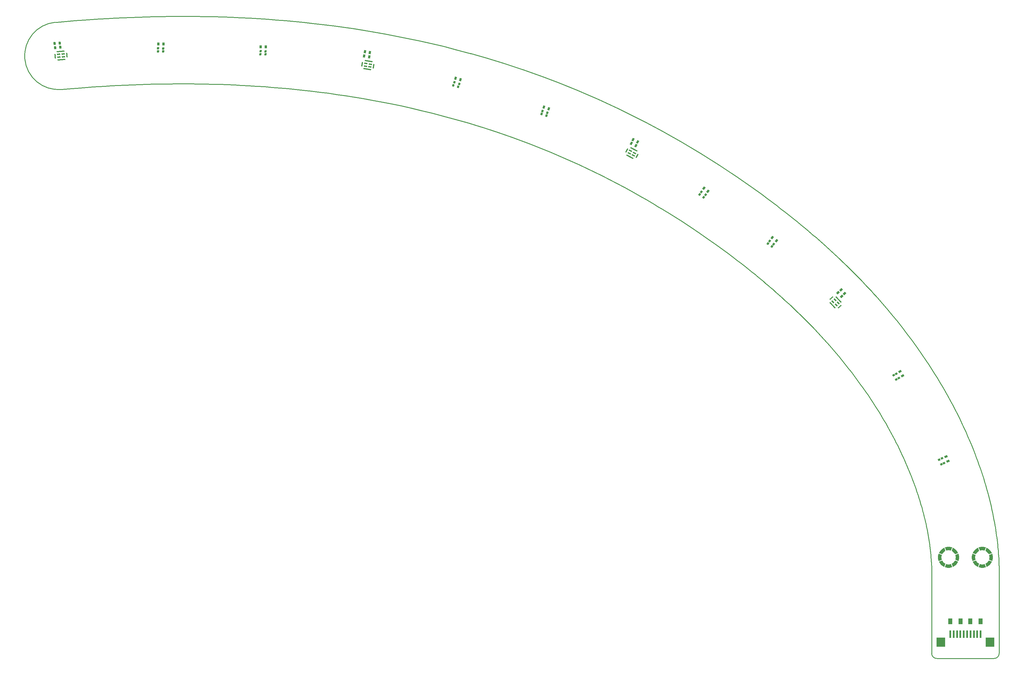
<source format=gtp>
G04*
G04 #@! TF.GenerationSoftware,Altium Limited,Altium Designer,22.2.1 (43)*
G04*
G04 Layer_Color=8421504*
%FSLAX44Y44*%
%MOMM*%
G71*
G04*
G04 #@! TF.SameCoordinates,C81B6E68-797F-42A2-B6C5-F614A2D79E64*
G04*
G04*
G04 #@! TF.FilePolarity,Positive*
G04*
G01*
G75*
%ADD10C,0.2540*%
G04:AMPARAMS|DCode=13|XSize=0.889mm|YSize=0.635mm|CornerRadius=0mm|HoleSize=0mm|Usage=FLASHONLY|Rotation=53.351|XOffset=0mm|YOffset=0mm|HoleType=Round|Shape=Rectangle|*
%AMROTATEDRECTD13*
4,1,4,-0.0106,-0.5462,-0.5201,-0.1671,0.0106,0.5462,0.5201,0.1671,-0.0106,-0.5462,0.0*
%
%ADD13ROTATEDRECTD13*%

G04:AMPARAMS|DCode=14|XSize=0.6mm|YSize=0.7mm|CornerRadius=0mm|HoleSize=0mm|Usage=FLASHONLY|Rotation=323.351|XOffset=0mm|YOffset=0mm|HoleType=Round|Shape=Rectangle|*
%AMROTATEDRECTD14*
4,1,4,-0.4496,-0.1017,-0.0318,0.4599,0.4496,0.1017,0.0318,-0.4599,-0.4496,-0.1017,0.0*
%
%ADD14ROTATEDRECTD14*%

%ADD15R,1.1430X1.7780*%
%ADD16R,0.6000X2.2000*%
%ADD17R,2.5000X2.8000*%
G04:AMPARAMS|DCode=18|XSize=0.6mm|YSize=0.7mm|CornerRadius=0mm|HoleSize=0mm|Usage=FLASHONLY|Rotation=295.191|XOffset=0mm|YOffset=0mm|HoleType=Round|Shape=Rectangle|*
%AMROTATEDRECTD18*
4,1,4,-0.4444,0.1225,0.1890,0.4204,0.4444,-0.1225,-0.1890,-0.4204,-0.4444,0.1225,0.0*
%
%ADD18ROTATEDRECTD18*%

G04:AMPARAMS|DCode=19|XSize=0.889mm|YSize=0.635mm|CornerRadius=0mm|HoleSize=0mm|Usage=FLASHONLY|Rotation=205.191|XOffset=0mm|YOffset=0mm|HoleType=Round|Shape=Rectangle|*
%AMROTATEDRECTD19*
4,1,4,0.2671,0.4765,0.5374,-0.0981,-0.2671,-0.4765,-0.5374,0.0981,0.2671,0.4765,0.0*
%
%ADD19ROTATEDRECTD19*%

G04:AMPARAMS|DCode=20|XSize=0.889mm|YSize=0.635mm|CornerRadius=0mm|HoleSize=0mm|Usage=FLASHONLY|Rotation=211.124|XOffset=0mm|YOffset=0mm|HoleType=Round|Shape=Rectangle|*
%AMROTATEDRECTD20*
4,1,4,0.2164,0.5016,0.5446,-0.0420,-0.2164,-0.5016,-0.5446,0.0420,0.2164,0.5016,0.0*
%
%ADD20ROTATEDRECTD20*%

G04:AMPARAMS|DCode=21|XSize=0.6mm|YSize=0.7mm|CornerRadius=0mm|HoleSize=0mm|Usage=FLASHONLY|Rotation=301.124|XOffset=0mm|YOffset=0mm|HoleType=Round|Shape=Rectangle|*
%AMROTATEDRECTD21*
4,1,4,-0.4547,0.0759,0.1446,0.4377,0.4547,-0.0759,-0.1446,-0.4377,-0.4547,0.0759,0.0*
%
%ADD21ROTATEDRECTD21*%

G04:AMPARAMS|DCode=22|XSize=0.889mm|YSize=0.635mm|CornerRadius=0mm|HoleSize=0mm|Usage=FLASHONLY|Rotation=234.951|XOffset=0mm|YOffset=0mm|HoleType=Round|Shape=Rectangle|*
%AMROTATEDRECTD22*
4,1,4,-0.0047,0.5462,0.5152,0.1816,0.0047,-0.5462,-0.5152,-0.1816,-0.0047,0.5462,0.0*
%
%ADD22ROTATEDRECTD22*%

G04:AMPARAMS|DCode=23|XSize=0.6mm|YSize=0.7mm|CornerRadius=0mm|HoleSize=0mm|Usage=FLASHONLY|Rotation=324.951|XOffset=0mm|YOffset=0mm|HoleType=Round|Shape=Rectangle|*
%AMROTATEDRECTD23*
4,1,4,-0.4466,-0.1143,-0.0446,0.4588,0.4466,0.1143,0.0446,-0.4588,-0.4466,-0.1143,0.0*
%
%ADD23ROTATEDRECTD23*%

G04:AMPARAMS|DCode=24|XSize=0.889mm|YSize=0.635mm|CornerRadius=0mm|HoleSize=0mm|Usage=FLASHONLY|Rotation=250.775|XOffset=0mm|YOffset=0mm|HoleType=Round|Shape=Rectangle|*
%AMROTATEDRECTD24*
4,1,4,-0.1534,0.5243,0.4462,0.3152,0.1534,-0.5243,-0.4462,-0.3152,-0.1534,0.5243,0.0*
%
%ADD24ROTATEDRECTD24*%

G04:AMPARAMS|DCode=25|XSize=0.6mm|YSize=0.7mm|CornerRadius=0mm|HoleSize=0mm|Usage=FLASHONLY|Rotation=340.775|XOffset=0mm|YOffset=0mm|HoleType=Round|Shape=Rectangle|*
%AMROTATEDRECTD25*
4,1,4,-0.3985,-0.2317,-0.1680,0.4293,0.3985,0.2317,0.1680,-0.4293,-0.3985,-0.2317,0.0*
%
%ADD25ROTATEDRECTD25*%

G04:AMPARAMS|DCode=26|XSize=0.889mm|YSize=0.635mm|CornerRadius=0mm|HoleSize=0mm|Usage=FLASHONLY|Rotation=252.912|XOffset=0mm|YOffset=0mm|HoleType=Round|Shape=Rectangle|*
%AMROTATEDRECTD26*
4,1,4,-0.1729,0.5182,0.4341,0.3316,0.1729,-0.5182,-0.4341,-0.3316,-0.1729,0.5182,0.0*
%
%ADD26ROTATEDRECTD26*%

G04:AMPARAMS|DCode=27|XSize=0.6mm|YSize=0.7mm|CornerRadius=0mm|HoleSize=0mm|Usage=FLASHONLY|Rotation=342.912|XOffset=0mm|YOffset=0mm|HoleType=Round|Shape=Rectangle|*
%AMROTATEDRECTD27*
4,1,4,-0.3896,-0.2464,-0.1839,0.4227,0.3896,0.2464,0.1839,-0.4227,-0.3896,-0.2464,0.0*
%
%ADD27ROTATEDRECTD27*%

G04:AMPARAMS|DCode=28|XSize=0.889mm|YSize=0.635mm|CornerRadius=0mm|HoleSize=0mm|Usage=FLASHONLY|Rotation=267.880|XOffset=0mm|YOffset=0mm|HoleType=Round|Shape=Rectangle|*
%AMROTATEDRECTD28*
4,1,4,-0.3008,0.4559,0.3337,0.4325,0.3008,-0.4559,-0.3337,-0.4325,-0.3008,0.4559,0.0*
%
%ADD28ROTATEDRECTD28*%

G04:AMPARAMS|DCode=29|XSize=0.6mm|YSize=0.7mm|CornerRadius=0mm|HoleSize=0mm|Usage=FLASHONLY|Rotation=357.880|XOffset=0mm|YOffset=0mm|HoleType=Round|Shape=Rectangle|*
%AMROTATEDRECTD29*
4,1,4,-0.3127,-0.3387,-0.2869,0.3609,0.3127,0.3387,0.2869,-0.3609,-0.3127,-0.3387,0.0*
%
%ADD29ROTATEDRECTD29*%

G04:AMPARAMS|DCode=30|XSize=0.889mm|YSize=0.635mm|CornerRadius=0mm|HoleSize=0mm|Usage=FLASHONLY|Rotation=268.966|XOffset=0mm|YOffset=0mm|HoleType=Round|Shape=Rectangle|*
%AMROTATEDRECTD30*
4,1,4,-0.3094,0.4502,0.3255,0.4387,0.3094,-0.4502,-0.3255,-0.4387,-0.3094,0.4502,0.0*
%
%ADD30ROTATEDRECTD30*%

G04:AMPARAMS|DCode=31|XSize=0.6mm|YSize=0.7mm|CornerRadius=0mm|HoleSize=0mm|Usage=FLASHONLY|Rotation=358.966|XOffset=0mm|YOffset=0mm|HoleType=Round|Shape=Rectangle|*
%AMROTATEDRECTD31*
4,1,4,-0.3063,-0.3445,-0.2936,0.3554,0.3063,0.3445,0.2936,-0.3554,-0.3063,-0.3445,0.0*
%
%ADD31ROTATEDRECTD31*%

G04:AMPARAMS|DCode=32|XSize=0.35mm|YSize=2.3mm|CornerRadius=0mm|HoleSize=0mm|Usage=FLASHONLY|Rotation=44.350|XOffset=0mm|YOffset=0mm|HoleType=Round|Shape=Rectangle|*
%AMROTATEDRECTD32*
4,1,4,0.6788,-0.9447,-0.9290,0.7000,-0.6788,0.9447,0.9290,-0.7000,0.6788,-0.9447,0.0*
%
%ADD32ROTATEDRECTD32*%

G04:AMPARAMS|DCode=33|XSize=0.4mm|YSize=0.95mm|CornerRadius=0mm|HoleSize=0mm|Usage=FLASHONLY|Rotation=44.350|XOffset=0mm|YOffset=0mm|HoleType=Round|Shape=Rectangle|*
%AMROTATEDRECTD33*
4,1,4,0.1890,-0.4795,-0.4751,0.1999,-0.1890,0.4795,0.4751,-0.1999,0.1890,-0.4795,0.0*
%
%ADD33ROTATEDRECTD33*%

G04:AMPARAMS|DCode=34|XSize=0.35mm|YSize=1.3mm|CornerRadius=0mm|HoleSize=0mm|Usage=FLASHONLY|Rotation=134.350|XOffset=0mm|YOffset=0mm|HoleType=Round|Shape=Rectangle|*
%AMROTATEDRECTD34*
4,1,4,0.5871,0.3292,-0.3425,-0.5795,-0.5871,-0.3292,0.3425,0.5795,0.5871,0.3292,0.0*
%
%ADD34ROTATEDRECTD34*%

G04:AMPARAMS|DCode=35|XSize=0.889mm|YSize=0.635mm|CornerRadius=0mm|HoleSize=0mm|Usage=FLASHONLY|Rotation=224.350|XOffset=0mm|YOffset=0mm|HoleType=Round|Shape=Rectangle|*
%AMROTATEDRECTD35*
4,1,4,0.0959,0.5378,0.5398,0.0837,-0.0959,-0.5378,-0.5398,-0.0837,0.0959,0.5378,0.0*
%
%ADD35ROTATEDRECTD35*%

G04:AMPARAMS|DCode=36|XSize=0.35mm|YSize=2.3mm|CornerRadius=0mm|HoleSize=0mm|Usage=FLASHONLY|Rotation=62.500|XOffset=0mm|YOffset=0mm|HoleType=Round|Shape=Rectangle|*
%AMROTATEDRECTD36*
4,1,4,0.9393,-0.6862,-1.1009,0.3758,-0.9393,0.6862,1.1009,-0.3758,0.9393,-0.6862,0.0*
%
%ADD36ROTATEDRECTD36*%

G04:AMPARAMS|DCode=37|XSize=0.4mm|YSize=0.95mm|CornerRadius=0mm|HoleSize=0mm|Usage=FLASHONLY|Rotation=62.500|XOffset=0mm|YOffset=0mm|HoleType=Round|Shape=Rectangle|*
%AMROTATEDRECTD37*
4,1,4,0.3290,-0.3967,-0.5137,0.0419,-0.3290,0.3967,0.5137,-0.0419,0.3290,-0.3967,0.0*
%
%ADD37ROTATEDRECTD37*%

G04:AMPARAMS|DCode=38|XSize=0.35mm|YSize=1.3mm|CornerRadius=0mm|HoleSize=0mm|Usage=FLASHONLY|Rotation=152.500|XOffset=0mm|YOffset=0mm|HoleType=Round|Shape=Rectangle|*
%AMROTATEDRECTD38*
4,1,4,0.4554,0.4958,-0.1449,-0.6574,-0.4554,-0.4958,0.1449,0.6574,0.4554,0.4958,0.0*
%
%ADD38ROTATEDRECTD38*%

G04:AMPARAMS|DCode=39|XSize=0.889mm|YSize=0.635mm|CornerRadius=0mm|HoleSize=0mm|Usage=FLASHONLY|Rotation=242.500|XOffset=0mm|YOffset=0mm|HoleType=Round|Shape=Rectangle|*
%AMROTATEDRECTD39*
4,1,4,-0.0764,0.5409,0.4869,0.2477,0.0764,-0.5409,-0.4869,-0.2477,-0.0764,0.5409,0.0*
%
%ADD39ROTATEDRECTD39*%

G04:AMPARAMS|DCode=40|XSize=0.889mm|YSize=0.635mm|CornerRadius=0mm|HoleSize=0mm|Usage=FLASHONLY|Rotation=260.500|XOffset=0mm|YOffset=0mm|HoleType=Round|Shape=Rectangle|*
%AMROTATEDRECTD40*
4,1,4,-0.2398,0.4908,0.3865,0.3860,0.2398,-0.4908,-0.3865,-0.3860,-0.2398,0.4908,0.0*
%
%ADD40ROTATEDRECTD40*%

G04:AMPARAMS|DCode=41|XSize=0.35mm|YSize=2.3mm|CornerRadius=0mm|HoleSize=0mm|Usage=FLASHONLY|Rotation=80.500|XOffset=0mm|YOffset=0mm|HoleType=Round|Shape=Rectangle|*
%AMROTATEDRECTD41*
4,1,4,1.1053,-0.3624,-1.1631,0.0172,-1.1053,0.3624,1.1631,-0.0172,1.1053,-0.3624,0.0*
%
%ADD41ROTATEDRECTD41*%

G04:AMPARAMS|DCode=42|XSize=0.4mm|YSize=0.95mm|CornerRadius=0mm|HoleSize=0mm|Usage=FLASHONLY|Rotation=80.500|XOffset=0mm|YOffset=0mm|HoleType=Round|Shape=Rectangle|*
%AMROTATEDRECTD42*
4,1,4,0.4355,-0.2757,-0.5015,-0.1189,-0.4355,0.2757,0.5015,0.1189,0.4355,-0.2757,0.0*
%
%ADD42ROTATEDRECTD42*%

G04:AMPARAMS|DCode=43|XSize=0.35mm|YSize=1.3mm|CornerRadius=0mm|HoleSize=0mm|Usage=FLASHONLY|Rotation=170.500|XOffset=0mm|YOffset=0mm|HoleType=Round|Shape=Rectangle|*
%AMROTATEDRECTD43*
4,1,4,0.2799,0.6122,0.0653,-0.6700,-0.2799,-0.6122,-0.0653,0.6700,0.2799,0.6122,0.0*
%
%ADD43ROTATEDRECTD43*%

G04:AMPARAMS|DCode=44|XSize=0.35mm|YSize=2.3mm|CornerRadius=0mm|HoleSize=0mm|Usage=FLASHONLY|Rotation=95.225|XOffset=0mm|YOffset=0mm|HoleType=Round|Shape=Rectangle|*
%AMROTATEDRECTD44*
4,1,4,1.1612,-0.0696,-1.1293,-0.2790,-1.1612,0.0696,1.1293,0.2790,1.1612,-0.0696,0.0*
%
%ADD44ROTATEDRECTD44*%

G04:AMPARAMS|DCode=45|XSize=0.4mm|YSize=0.95mm|CornerRadius=0mm|HoleSize=0mm|Usage=FLASHONLY|Rotation=95.225|XOffset=0mm|YOffset=0mm|HoleType=Round|Shape=Rectangle|*
%AMROTATEDRECTD45*
4,1,4,0.4912,-0.1559,-0.4548,-0.2424,-0.4912,0.1559,0.4548,0.2424,0.4912,-0.1559,0.0*
%
%ADD45ROTATEDRECTD45*%

G04:AMPARAMS|DCode=46|XSize=0.35mm|YSize=1.3mm|CornerRadius=0mm|HoleSize=0mm|Usage=FLASHONLY|Rotation=185.225|XOffset=0mm|YOffset=0mm|HoleType=Round|Shape=Rectangle|*
%AMROTATEDRECTD46*
4,1,4,0.1151,0.6632,0.2335,-0.6314,-0.1151,-0.6632,-0.2335,0.6314,0.1151,0.6632,0.0*
%
%ADD46ROTATEDRECTD46*%

G04:AMPARAMS|DCode=47|XSize=0.889mm|YSize=0.635mm|CornerRadius=0mm|HoleSize=0mm|Usage=FLASHONLY|Rotation=275.225|XOffset=0mm|YOffset=0mm|HoleType=Round|Shape=Rectangle|*
%AMROTATEDRECTD47*
4,1,4,-0.3567,0.4137,0.2757,0.4716,0.3567,-0.4137,-0.2757,-0.4716,-0.3567,0.4137,0.0*
%
%ADD47ROTATEDRECTD47*%

G36*
X-47215Y331100D02*
X-41735Y330111D01*
X-39126Y329137D01*
X-39126Y329137D01*
X-42957Y319890D01*
X-44672Y320416D01*
X-48207Y321024D01*
X-51793Y321024D01*
X-55328Y320416D01*
X-57043Y319890D01*
X-57043Y319890D01*
X-60874Y329137D01*
X-58265Y330111D01*
X-52785Y331100D01*
X-47215Y331100D01*
D02*
G37*
G36*
X-78292Y312914D02*
D01*
X-78292Y312914D01*
X-78292Y312914D01*
D02*
G37*
G36*
X-59084Y319044D02*
Y319044D01*
X-60669Y318204D01*
X-63598Y316134D01*
X-66134Y313598D01*
X-68204Y310669D01*
X-69044Y309084D01*
X-78292Y312914D01*
X-77136Y315447D01*
X-73960Y320022D01*
X-70022Y323960D01*
X-65447Y327136D01*
X-62914Y328292D01*
X-59084Y319044D01*
D02*
G37*
G36*
X-37086Y328292D02*
X-34553Y327136D01*
X-29978Y323960D01*
X-26040Y320022D01*
X-22864Y315447D01*
X-21708Y312914D01*
X-30956Y309084D01*
X-30956Y309084D01*
X-31796Y310669D01*
X-33866Y313598D01*
X-36402Y316134D01*
X-39331Y318204D01*
X-40916Y319044D01*
X-37086Y328292D01*
D01*
X-37086Y328292D01*
X-37086Y328292D01*
D02*
G37*
G36*
X-19889Y308265D02*
X-18900Y302785D01*
X-18900Y297215D01*
X-19889Y291735D01*
X-20863Y289126D01*
X-30110Y292957D01*
X-29584Y294672D01*
X-28976Y298207D01*
X-28976Y301793D01*
X-29584Y305327D01*
X-30110Y307043D01*
X-30110Y307043D01*
X-20863Y310874D01*
X-19889Y308265D01*
D02*
G37*
G36*
X-20863Y289126D02*
X-20863D01*
D01*
X-20863D01*
D02*
G37*
G36*
X-69890Y307043D02*
X-70416Y305328D01*
X-71024Y301793D01*
X-71024Y298207D01*
X-70416Y294673D01*
X-69890Y292957D01*
Y292957D01*
X-79137Y289126D01*
X-80111Y291735D01*
X-81100Y297215D01*
X-81100Y302785D01*
X-80111Y308265D01*
X-79137Y310874D01*
Y310874D01*
X-69890Y307043D01*
D02*
G37*
G36*
X-39126Y270863D02*
X-41735Y269889D01*
X-47215Y268900D01*
X-52785Y268900D01*
X-58265Y269889D01*
X-60874Y270863D01*
X-57043Y280110D01*
X-55328Y279584D01*
X-51793Y278976D01*
X-48207Y278976D01*
X-44672Y279584D01*
X-42957Y280110D01*
X-42957D01*
X-39126Y270863D01*
D02*
G37*
G36*
X-68204Y289331D02*
X-66134Y286402D01*
X-63598Y283866D01*
X-60669Y281796D01*
X-59084Y280956D01*
X-62914Y271708D01*
Y271708D01*
X-65447Y272864D01*
X-70022Y276040D01*
X-73960Y279978D01*
X-77136Y284553D01*
X-78292Y287086D01*
X-69044Y290916D01*
X-69044D01*
X-68204Y289331D01*
D02*
G37*
G36*
X-21708Y287086D02*
X-21708D01*
X-22864Y284553D01*
X-26040Y279978D01*
X-29978Y276040D01*
X-34553Y272864D01*
X-37086Y271708D01*
X-40916Y280956D01*
X-40916Y280956D01*
X-39331Y281796D01*
X-36402Y283866D01*
X-33866Y286402D01*
X-31796Y289331D01*
X-30956Y290916D01*
X-21708Y287086D01*
D02*
G37*
G36*
X52785Y331100D02*
X58265Y330111D01*
X60874Y329137D01*
X60874Y329137D01*
X57043Y319890D01*
X55328Y320416D01*
X51793Y321024D01*
X48207Y321024D01*
X44672Y320416D01*
X42957Y319890D01*
X42957Y319890D01*
X39126Y329137D01*
X41735Y330111D01*
X47215Y331100D01*
X52785Y331100D01*
D02*
G37*
G36*
X21708Y312914D02*
D01*
X21708Y312914D01*
X21708Y312914D01*
D02*
G37*
G36*
X40916Y319044D02*
Y319044D01*
X39331Y318204D01*
X36402Y316134D01*
X33866Y313598D01*
X31796Y310669D01*
X30956Y309084D01*
X21708Y312914D01*
X22864Y315447D01*
X26040Y320022D01*
X29978Y323960D01*
X34553Y327136D01*
X37086Y328292D01*
X40916Y319044D01*
D02*
G37*
G36*
X62914Y328292D02*
X65447Y327136D01*
X70022Y323960D01*
X73960Y320022D01*
X77136Y315447D01*
X78292Y312914D01*
X69044Y309084D01*
X69044Y309084D01*
X68204Y310669D01*
X66134Y313598D01*
X63598Y316134D01*
X60669Y318204D01*
X59084Y319044D01*
X62914Y328292D01*
D01*
X62914Y328292D01*
X62914Y328292D01*
D02*
G37*
G36*
X80111Y308265D02*
X81100Y302785D01*
X81100Y297215D01*
X80111Y291735D01*
X79137Y289126D01*
X69890Y292957D01*
X70416Y294672D01*
X71024Y298207D01*
X71024Y301793D01*
X70416Y305327D01*
X69890Y307043D01*
X69890Y307043D01*
X79137Y310874D01*
X80111Y308265D01*
D02*
G37*
G36*
X79137Y289126D02*
X79137D01*
D01*
X79137D01*
D02*
G37*
G36*
X30110Y307043D02*
X29584Y305328D01*
X28976Y301793D01*
X28976Y298207D01*
X29584Y294673D01*
X30110Y292957D01*
Y292957D01*
X20863Y289126D01*
X19889Y291735D01*
X18900Y297215D01*
X18900Y302785D01*
X19889Y308265D01*
X20863Y310874D01*
Y310874D01*
X30110Y307043D01*
D02*
G37*
G36*
X60874Y270863D02*
X58265Y269889D01*
X52785Y268900D01*
X47215Y268900D01*
X41735Y269889D01*
X39126Y270863D01*
X42957Y280110D01*
X44672Y279584D01*
X48207Y278976D01*
X51793Y278976D01*
X55328Y279584D01*
X57043Y280110D01*
X57043D01*
X60874Y270863D01*
D02*
G37*
G36*
X31796Y289331D02*
X33866Y286402D01*
X36402Y283866D01*
X39331Y281796D01*
X40916Y280956D01*
X37086Y271708D01*
Y271708D01*
X34553Y272864D01*
X29978Y276040D01*
X26040Y279978D01*
X22864Y284553D01*
X21708Y287086D01*
X30956Y290916D01*
X30956D01*
X31796Y289331D01*
D02*
G37*
G36*
X78292Y287086D02*
X78292D01*
X77136Y284553D01*
X73960Y279978D01*
X70022Y276040D01*
X65447Y272864D01*
X62914Y271708D01*
X59084Y280956D01*
X59084Y280956D01*
X60669Y281796D01*
X63598Y283866D01*
X66134Y286402D01*
X68204Y289331D01*
X69044Y290916D01*
X78292Y287086D01*
D02*
G37*
D10*
X-100000Y15000D02*
G03*
X-85000Y0I15000J0D01*
G01*
X85000Y0D02*
G03*
X100000Y15000I0J15000D01*
G01*
X-674845Y1426571D02*
G03*
X-898629Y1563927I-1523375J-2230964D01*
G01*
X-632646Y1397166D02*
G03*
X-674845Y1426571I-1557904J-2190748D01*
G01*
X-1010034Y1396885D02*
G03*
X-1144359Y1464042I-1141677J-2115645D01*
G01*
X-1021883Y1627399D02*
G03*
X-1154222Y1686667I-1124285J-2333025D01*
G01*
X-1208383Y1708427D02*
G03*
X-1251920Y1724923I-963187J-2476442D01*
G01*
X-1154222Y1686667D02*
G03*
X-1208383Y1708427I-1007155J-2428516D01*
G01*
X-898629Y1563927D02*
G03*
X-951167Y1591986I-1279453J-2332428D01*
G01*
X-1289382Y1525312D02*
G03*
X-1341080Y1544544I-884497J-2298581D01*
G01*
X-1229740Y1501455D02*
G03*
X-1289382Y1525312I-935076J-2251194D01*
G01*
X-1144359Y1464042D02*
G03*
X-1229740Y1501455I-1010830J-2190686D01*
G01*
X-1251920Y1724923D02*
G03*
X-1306594Y1744424I-929595J-2519915D01*
G01*
X-1389718Y1561453D02*
G03*
X-1433546Y1575738I-800709J-2382297D01*
G01*
X-1341080Y1544544D02*
G03*
X-1389718Y1561453I-841246J-2341300D01*
G01*
X-1416737Y1779769D02*
G03*
X-1464769Y1793598I-790041J-2653687D01*
G01*
X-1365211Y1763875D02*
G03*
X-1416737Y1779769I-833606J-2611069D01*
G01*
X-1306594Y1744424D02*
G03*
X-1365211Y1763875I-883569J-2564546D01*
G01*
X-2696111Y1886590D02*
G03*
X-2677900Y1687421I9106J-99585D01*
G01*
X99404Y280489D02*
X100000Y270000D01*
X-100834Y281206D02*
X-100000Y270000D01*
X89622Y380485D02*
X90720Y373187D01*
X-113905Y383142D02*
X-112856Y377777D01*
X-100000Y15000D02*
Y270000D01*
X-85000Y-0D02*
X85000Y0D01*
X100000Y15000D02*
Y270000D01*
X-921443Y1346246D02*
X-910687Y1339866D01*
X-987622Y1384641D02*
X-958936Y1368522D01*
X-946240Y1361227D01*
X-921443Y1346246D01*
X-1010034Y1396885D02*
X-987622Y1384641D01*
X-876266Y1318954D02*
X-860639Y1309199D01*
X-842598Y1297726D02*
X-809590Y1276135D01*
X-910687Y1339866D02*
X-900010Y1333462D01*
X-889411Y1327032D01*
X-876266Y1318954D01*
X-860639Y1309199D02*
X-842598Y1297726D01*
X-790465Y1263308D02*
X-759207Y1241677D01*
X-719162Y1212908D02*
X-703393Y1201237D01*
X-737742Y1226408D02*
X-719162Y1212908D01*
X-759207Y1241677D02*
X-737742Y1226408D01*
X-809590Y1276135D02*
X-790465Y1263308D01*
X-703393Y1201237D02*
X-689069Y1190463D01*
X-550281Y1076310D02*
X-543388Y1070109D01*
X-563054Y1087650D02*
X-556065Y1081469D01*
X-550281Y1076310D01*
X-570093Y1093819D02*
X-563054Y1087650D01*
X-584321Y1106118D02*
X-577182Y1099975D01*
X-591509Y1112247D02*
X-584321Y1106118D01*
X-577182Y1099975D02*
X-570093Y1093819D01*
X-598745Y1118363D02*
X-591509Y1112247D01*
X-607246Y1125479D02*
X-598745Y1118363D01*
X-624439Y1139648D02*
X-615811Y1132574D01*
X-607246Y1125479D01*
X-633127Y1146700D02*
X-624439Y1139648D01*
X-643130Y1154731D02*
X-633127Y1146700D01*
X-653210Y1162730D02*
X-643130Y1154731D01*
X-664639Y1171691D02*
X-653210Y1162730D01*
X-676161Y1180608D02*
X-664639Y1171691D01*
X-689069Y1190463D02*
X-676161Y1180608D01*
X-523089Y1314858D02*
X-510987Y1305185D01*
X-478195Y1278324D02*
X-469379Y1270935D01*
X-498979Y1295460D02*
X-487066Y1285686D01*
X-478195Y1278324D01*
X-434691Y1241117D02*
X-426167Y1233600D01*
X-469379Y1270935D02*
X-460620Y1263519D01*
X-443276Y1248610D02*
X-434691Y1241117D01*
X-451919Y1256077D02*
X-443276Y1248610D01*
X-460620Y1263519D02*
X-451919Y1256077D01*
X-510987Y1305185D02*
X-498979Y1295460D01*
X-588072Y1364767D02*
X-572387Y1353022D01*
X-559933Y1343562D02*
X-547564Y1334048D01*
X-535282Y1324479D01*
X-632646Y1397166D02*
X-603882Y1376421D01*
X-572387Y1353022D02*
X-559933Y1343562D01*
X-603882Y1376421D02*
X-588072Y1364767D01*
X-535282Y1324479D02*
X-523089Y1314858D01*
X-1021883Y1627399D02*
X-989978Y1611752D01*
X-951167Y1591986D01*
X-1757971Y1655717D02*
X-1730136Y1650516D01*
X-1936847Y1682401D02*
X-1912157Y1679389D01*
X-1984581Y1687642D02*
X-1961579Y1685212D01*
X-2007617Y1689900D02*
X-1984581Y1687642D01*
X-1961579Y1685212D02*
X-1936847Y1682401D01*
X-1862904Y1672750D02*
X-1836592Y1668854D01*
X-1887509Y1676172D02*
X-1862904Y1672750D01*
X-1784124Y1660339D02*
X-1757971Y1655717D01*
X-1810331Y1664717D02*
X-1784124Y1660339D01*
X-1836592Y1668854D02*
X-1810331Y1664717D01*
X-1702366Y1645033D02*
X-1672932Y1638894D01*
X-1912157Y1679389D02*
X-1887509Y1676172D01*
X-2030686Y1691988D02*
X-2007617Y1689900D01*
X-1612572Y1625233D02*
X-1579944Y1617231D01*
X-1672932Y1638894D02*
X-1643573Y1632432D01*
X-1612572Y1625233D01*
X-1474184Y1588199D02*
X-1433546Y1575738D01*
X-1511585Y1599018D02*
X-1474184Y1588199D01*
X-1545708Y1608358D02*
X-1511585Y1599018D01*
X-1579944Y1617231D02*
X-1545708Y1608358D01*
X-1718562Y1851829D02*
X-1684750Y1845444D01*
X-1617317Y1831483D02*
X-1583701Y1823900D01*
X-1546434Y1814994D02*
X-1509257Y1805579D01*
X-1651001Y1838663D02*
X-1617317Y1831483D01*
X-1509257Y1805579D02*
X-1464769Y1793598D01*
X-1583701Y1823900D02*
X-1546434Y1814994D01*
X-1684750Y1845444D02*
X-1651001Y1838663D01*
X-1730136Y1650516D02*
X-1702366Y1645033D01*
X-1843036Y1871935D02*
X-1812793Y1867532D01*
X-1873320Y1876043D02*
X-1843036Y1871935D01*
X-1903643Y1879858D02*
X-1873320Y1876043D01*
X-1934002Y1883383D02*
X-1903643Y1879858D01*
X-1960596Y1886232D02*
X-1934002Y1883383D01*
X-2013859Y1891279D02*
X-1987215Y1888863D01*
X-1752435Y1857824D02*
X-1718562Y1851829D01*
X-1782592Y1862829D02*
X-1752435Y1857824D01*
X-1812793Y1867532D02*
X-1782592Y1862829D01*
X-1987215Y1888863D02*
X-1960596Y1886232D01*
X-2040526Y1893481D02*
X-2013859Y1891279D01*
X-2519405Y1899155D02*
X-2496336Y1900251D01*
X-2067215Y1895472D02*
X-2040526Y1893481D01*
X-2542475Y1897931D02*
X-2519405Y1899155D01*
X-2565543Y1896579D02*
X-2542475Y1897931D01*
X-2496336Y1900251D02*
X-2473271Y1901217D01*
X-2611664Y1893501D02*
X-2588607Y1895102D01*
X-2638553Y1891478D02*
X-2611664Y1893501D01*
X-2665425Y1889290D02*
X-2638553Y1891478D01*
X-2588607Y1895102D02*
X-2565543Y1896579D01*
X-2120653Y1898828D02*
X-2093924Y1897253D01*
X-2067215Y1895472D01*
X-2174163Y1901363D02*
X-2147400Y1900197D01*
X-2120653Y1898828D01*
X-2473271Y1901217D02*
X-2450211Y1902052D01*
X-2187676Y1701739D02*
X-2166188Y1700851D01*
X-2209187Y1702490D02*
X-2187676Y1701739D01*
X-2252279Y1703588D02*
X-2230722Y1703106D01*
X-2295457Y1704151D02*
X-2273858Y1703936D01*
X-2317076Y1704235D02*
X-2295457Y1704151D01*
X-2338715Y1704189D02*
X-2317076Y1704235D01*
X-2360371Y1704014D02*
X-2338715Y1704189D01*
X-2382045Y1703710D02*
X-2360371Y1704014D01*
X-2403735Y1703280D02*
X-2382045Y1703710D01*
X-2273858Y1703936D02*
X-2252279Y1703588D01*
X-2230722Y1703106D02*
X-2209187Y1702490D01*
X-2166188Y1700851D02*
X-2144724Y1699825D01*
X-2447162Y1702041D02*
X-2425441Y1702723D01*
X-2490647Y1700306D02*
X-2468897Y1701235D01*
X-2447162Y1702041D01*
X-2425441Y1702723D02*
X-2403735Y1703280D01*
X-2200941Y1902328D02*
X-2174163Y1901363D01*
X-2227734Y1903095D02*
X-2200941Y1902328D01*
X-2254540Y1903664D02*
X-2227734Y1903095D01*
X-2404115Y1903322D02*
X-2381079Y1903755D01*
X-2281358Y1904039D02*
X-2254540Y1903664D01*
X-2427159Y1902754D02*
X-2404115Y1903322D01*
X-2381079Y1903755D02*
X-2358052Y1904052D01*
X-2100089Y1697241D02*
X-2076923Y1695657D01*
X-2123286Y1698660D02*
X-2100089Y1697241D01*
X-2053789Y1693906D02*
X-2030686Y1691988D01*
X-2144724Y1699825D02*
X-2123286Y1698660D01*
X-2076923Y1695657D02*
X-2053789Y1693906D01*
X-2510599Y1699348D02*
X-2490647Y1700306D01*
X-2530566Y1698287D02*
X-2510599Y1699348D01*
X-2550549Y1697124D02*
X-2530566Y1698287D01*
X-2568729Y1695981D02*
X-2550549Y1697124D01*
X-2696111Y1886590D02*
X-2692277Y1886939D01*
X-2677900Y1687421D02*
X-2646985Y1690135D01*
X-2603302Y1693581D02*
X-2585102Y1694881D01*
X-2646985Y1690135D02*
X-2623325Y1692058D01*
X-2603302Y1693581D01*
X-2585102Y1694881D02*
X-2568729Y1695981D01*
X-2692277Y1886939D02*
X-2665425Y1889290D01*
X-2450211Y1902052D02*
X-2427159Y1902754D01*
X-2308190Y1904220D02*
X-2281358Y1904039D01*
X-2358052Y1904052D02*
X-2335033Y1904210D01*
X-2308190Y1904220D01*
X-149196Y509934D02*
X-146799Y503104D01*
X-151657Y516788D02*
X-149196Y509934D01*
X-154181Y523665D02*
X-151657Y516788D01*
X-157146Y531554D02*
X-154181Y523665D01*
X-180278Y587554D02*
X-176716Y579475D01*
X-187664Y603781D02*
X-183927Y595656D01*
X-180278Y587554D01*
X-176716Y579475D02*
X-173240Y571422D01*
X-163328Y547418D02*
X-160194Y539472D01*
X-169850Y563394D02*
X-166546Y555392D01*
X-173240Y571422D02*
X-169850Y563394D01*
X-166546Y555392D02*
X-163328Y547418D01*
X-160194Y539472D02*
X-157146Y531554D01*
X-496656Y1026437D02*
X-491277Y1021213D01*
X-524148Y1052483D02*
X-518572Y1047285D01*
X-536548Y1063897D02*
X-529762Y1057675D01*
X-524148Y1052483D01*
X-513034Y1042081D02*
X-507536Y1036872D01*
X-502076Y1031657D01*
X-518572Y1047285D02*
X-513034Y1042081D01*
X-502076Y1031657D02*
X-496656Y1026437D01*
X-543388Y1070109D02*
X-536548Y1063897D01*
X-260909Y738427D02*
X-254419Y727932D01*
X-267544Y748938D02*
X-260909Y738427D01*
X-319685Y824972D02*
X-311218Y813328D01*
X-274326Y759465D02*
X-267544Y748938D01*
X-311218Y813328D02*
X-302933Y801690D01*
X-288333Y780556D02*
X-281256Y770004D01*
X-295558Y791118D02*
X-288333Y780556D01*
X-281256Y770004D02*
X-274326Y759465D01*
X-302933Y801690D02*
X-295558Y791118D01*
X-254419Y727932D02*
X-248075Y717455D01*
X-191972Y612949D02*
X-187664Y603781D01*
X-196392Y622144D02*
X-191972Y612949D01*
X-200923Y631366D02*
X-196392Y622144D01*
X-230490Y687184D02*
X-225276Y677828D01*
X-220178Y668492D02*
X-215194Y659176D01*
X-210324Y649883D01*
X-225276Y677828D02*
X-220178Y668492D01*
X-241875Y706997D02*
X-235818Y696559D01*
X-230490Y687184D01*
X-210324Y649883D02*
X-205567Y640612D01*
X-200923Y631366D01*
X-248075Y717455D02*
X-241875Y706997D01*
X-341772Y1154616D02*
X-331394Y1144271D01*
X-323691Y1136494D02*
X-316057Y1128700D01*
X-308494Y1120891D01*
X-331394Y1144271D02*
X-323691Y1136494D01*
X-395437Y1205834D02*
X-384472Y1195663D01*
X-373622Y1185453D01*
X-362887Y1175208D02*
X-352270Y1164928D01*
X-373622Y1185453D02*
X-362887Y1175208D01*
X-417703Y1226059D02*
X-406515Y1215967D01*
X-395437Y1205834D01*
X-352270Y1164928D02*
X-341772Y1154616D01*
X-426167Y1233600D02*
X-417703Y1226059D01*
X-432848Y961407D02*
X-424108Y951928D01*
X-414548Y941386D01*
X-405147Y930833D01*
X-384121Y906524D02*
X-374357Y894884D01*
X-337169Y848276D02*
X-328335Y836622D01*
X-346187Y859931D02*
X-337169Y848276D01*
X-394988Y919213D02*
X-384121Y906524D01*
X-364780Y883237D02*
X-355391Y871585D01*
X-374357Y894884D02*
X-364780Y883237D01*
X-355391Y871585D02*
X-346187Y859931D01*
X-328335Y836622D02*
X-319685Y824972D01*
X-405147Y930833D02*
X-394988Y919213D01*
X-491277Y1021213D02*
X-485937Y1015984D01*
X-480638Y1010751D01*
X-469127Y999227D02*
X-459857Y989787D01*
X-450722Y980336D02*
X-441719Y970876D01*
X-459857Y989787D02*
X-450722Y980336D01*
X-475381Y1005515D02*
X-469127Y999227D01*
X-480638Y1010751D02*
X-475381Y1005515D01*
X-441719Y970876D02*
X-432848Y961407D01*
X-59536Y791165D02*
X-52028Y777806D01*
X-67235Y804533D02*
X-59536Y791165D01*
X-75124Y817910D02*
X-67235Y804533D01*
X-83204Y831292D02*
X-75124Y817910D01*
X-44708Y764458D02*
X-37578Y751124D01*
X-117448Y884846D02*
X-108598Y871457D01*
X-99940Y858068D01*
X-91476Y844679D01*
X-83204Y831292D01*
X-52028Y777806D02*
X-44708Y764458D01*
X-37578Y751124D02*
X-30636Y737806D01*
X-257564Y1065847D02*
X-248275Y1055298D01*
X-232341Y1036798D01*
X-216814Y1018251D01*
X-308494Y1120891D02*
X-301001Y1113066D01*
X-293579Y1105228D02*
X-286229Y1097376D01*
X-301001Y1113066D02*
X-293579Y1105228D01*
X-278952Y1089512D02*
X-271749Y1081635D01*
X-286229Y1097376D02*
X-278952Y1089512D01*
X-271749Y1081635D02*
X-264619Y1073746D01*
X-257564Y1065847D01*
X-30636Y737806D02*
X-23882Y724504D01*
X-17314Y711221D02*
X-10934Y697959D01*
X-23882Y724504D02*
X-17314Y711221D01*
X-10934Y697959D02*
X-4738Y684719D01*
X1272Y671503D01*
X7098Y658312D02*
X12740Y645150D01*
X-201691Y999662D02*
X-186968Y981036D01*
X-158710Y943691D02*
X-143265Y922310D01*
X-172642Y962377D02*
X-158710Y943691D01*
X-186968Y981036D02*
X-172642Y962377D01*
X1272Y671503D02*
X7098Y658312D01*
X-143265Y922310D02*
X-128325Y900907D01*
X-117448Y884846D01*
X-216814Y1018251D02*
X-201691Y999662D01*
X56938Y523081D02*
X59972Y512856D01*
X53791Y533334D02*
X56938Y523081D01*
X50531Y543615D02*
X53791Y533334D01*
X47157Y553924D02*
X50531Y543615D01*
X43670Y564258D02*
X47157Y553924D01*
X18200Y632016D02*
X23477Y618913D01*
X36351Y585003D02*
X40068Y574618D01*
X32520Y595412D02*
X36351Y585003D01*
X28573Y605843D02*
X32520Y595412D01*
X23477Y618913D02*
X28573Y605843D01*
X40068Y574618D02*
X43670Y564258D01*
X12740Y645150D02*
X18200Y632016D01*
X-123854Y426944D02*
X-122456Y421385D01*
X-121103Y415850D01*
X-119794Y410338D01*
X-118529Y404850D01*
X-117308Y399385D02*
X-116130Y393946D01*
X-114996Y388531D02*
X-113905Y383142D01*
X-116130Y393946D02*
X-114996Y388531D01*
X-118529Y404850D02*
X-117308Y399385D01*
X-125295Y432526D02*
X-123854Y426944D01*
X87240Y395147D02*
X88462Y387805D01*
X89622Y380485D01*
X85957Y402511D02*
X87240Y395147D01*
X82232Y422257D02*
X84150Y412365D01*
X85957Y402511D01*
X80204Y432186D02*
X82232Y422257D01*
X70982Y472259D02*
X73454Y462190D01*
X75816Y452154D01*
X78065Y442152D02*
X80204Y432186D01*
X62893Y502661D02*
X65701Y492496D01*
X68398Y482362D01*
X70982Y472259D01*
X75816Y452154D02*
X78065Y442152D01*
X59972Y512856D02*
X62893Y502661D01*
X-146799Y503104D02*
X-144466Y496300D01*
X-142195Y489520D01*
X-139988Y482766D01*
X-137844Y476039D02*
X-135762Y469338D01*
X-133743Y462665D01*
X-139988Y482766D02*
X-137844Y476039D01*
X-131785Y456020D02*
X-129889Y449404D01*
X-128313Y443756D02*
X-126782Y438130D01*
X-125295Y432526D01*
X-129889Y449404D02*
X-128313Y443756D01*
X-133743Y462665D02*
X-131785Y456020D01*
X-111046Y368011D02*
X-110118Y362721D01*
X-109233Y357458D02*
X-108389Y352223D01*
X-112856Y377777D02*
X-111851Y372439D01*
X-108389Y352223D02*
X-107588Y347015D01*
X-111851Y372439D02*
X-111046Y368011D01*
X-110118Y362721D02*
X-109233Y357458D01*
X-107588Y347015D02*
X-106828Y341837D01*
X-106227Y337543D01*
X-105653Y333271D02*
X-105216Y329868D01*
X-104011Y319738D02*
X-103646Y316386D01*
X-105216Y329868D02*
X-104796Y326478D01*
X-104395Y323102D01*
X-104011Y319738D01*
X-103214Y312215D02*
X-102810Y308062D01*
X-103646Y316386D02*
X-103214Y312215D01*
X-102810Y308062D02*
X-102153Y300636D01*
X-101585Y293278D02*
X-101256Y288418D01*
X-101011Y284399D01*
X-102153Y300636D02*
X-101585Y293278D01*
X-106227Y337543D02*
X-105653Y333271D01*
X-101011Y284399D02*
X-100834Y281206D01*
X96015Y329875D02*
X96892Y320360D01*
X97660Y310888D01*
X98165Y303817D01*
X98608Y296777D02*
X98990Y289772D01*
X98165Y303817D02*
X98608Y296777D01*
X98990Y289772D02*
X99211Y285123D01*
X99404Y280489D01*
X90720Y373187D02*
X91756Y365913D01*
X92731Y358660D01*
X93644Y351430D01*
X95286Y337037D02*
X96015Y329875D01*
X94496Y344222D02*
X95286Y337037D01*
X93644Y351430D02*
X94496Y344222D01*
D13*
X-572328Y1248235D02*
D03*
X-560101Y1239138D02*
D03*
D14*
X-579992Y1237733D02*
D03*
X-585364Y1230512D02*
D03*
X-567957Y1228779D02*
D03*
X-573330Y1221559D02*
D03*
D15*
X-45240Y110000D02*
D03*
X-14760D02*
D03*
X45240D02*
D03*
X14760D02*
D03*
D16*
X45000Y72500D02*
D03*
X35000D02*
D03*
X25000D02*
D03*
X15000D02*
D03*
X5000D02*
D03*
X-5000D02*
D03*
X-15000D02*
D03*
X-25000D02*
D03*
X-35000D02*
D03*
X-45000D02*
D03*
D17*
X72500Y48500D02*
D03*
X-72500D02*
D03*
D18*
X-71359Y575853D02*
D03*
X-63215Y579684D02*
D03*
X-77744Y589427D02*
D03*
X-69599Y593257D02*
D03*
D19*
X-51400Y585109D02*
D03*
X-57887Y598899D02*
D03*
D20*
X-185982Y838219D02*
D03*
X-193859Y851265D02*
D03*
D21*
X-204877Y826950D02*
D03*
X-197173Y831602D02*
D03*
X-212630Y839791D02*
D03*
X-204926Y844443D02*
D03*
D22*
X-762512Y1385648D02*
D03*
X-774989Y1394400D02*
D03*
D23*
X-775245Y1367706D02*
D03*
X-770077Y1375074D02*
D03*
X-787525Y1376320D02*
D03*
X-782356Y1383688D02*
D03*
D24*
X-1234328Y1630266D02*
D03*
X-1248718Y1635284D02*
D03*
D25*
X-1241685Y1609532D02*
D03*
X-1238722Y1618030D02*
D03*
X-1255849Y1614471D02*
D03*
X-1252885Y1622970D02*
D03*
D26*
X-1495950Y1716362D02*
D03*
X-1510517Y1720840D02*
D03*
D27*
X-1502529Y1695368D02*
D03*
X-1499885Y1703971D02*
D03*
X-1516867Y1699776D02*
D03*
X-1514223Y1708378D02*
D03*
D28*
X-2072752Y1813397D02*
D03*
X-2087981Y1813961D02*
D03*
D29*
X-2073686Y1791417D02*
D03*
X-2073353Y1800410D02*
D03*
X-2088675Y1791971D02*
D03*
X-2088342Y1800965D02*
D03*
D30*
X-2376138Y1821895D02*
D03*
X-2391375Y1822169D02*
D03*
D31*
X-2376655Y1799900D02*
D03*
X-2376493Y1808899D02*
D03*
X-2391653Y1800171D02*
D03*
X-2391490Y1809169D02*
D03*
D32*
X-393488Y1047430D02*
D03*
X-375968Y1064556D02*
D03*
D33*
X-383049Y1048195D02*
D03*
X-392486Y1057849D02*
D03*
X-376970Y1054137D02*
D03*
X-386408Y1063791D02*
D03*
D34*
X-396786Y1068328D02*
D03*
X-372670Y1043658D02*
D03*
D35*
X-366977Y1073598D02*
D03*
X-377630Y1084495D02*
D03*
X-358038Y1082336D02*
D03*
X-368691Y1093234D02*
D03*
D36*
X-993715Y1487619D02*
D03*
X-982402Y1509351D02*
D03*
D37*
X-984033Y1491599D02*
D03*
X-996008Y1497832D02*
D03*
X-980108Y1499138D02*
D03*
X-992083Y1505372D02*
D03*
D38*
X-1003359Y1506450D02*
D03*
X-972757Y1490520D02*
D03*
D39*
X-976674Y1520744D02*
D03*
X-990192Y1527781D02*
D03*
X-970902Y1531831D02*
D03*
X-984420Y1538868D02*
D03*
D40*
X-1766183Y1784102D02*
D03*
X-1781214Y1786618D02*
D03*
X-1764120Y1796431D02*
D03*
X-1779151Y1798946D02*
D03*
D41*
X-1772153Y1747333D02*
D03*
X-1768110Y1771497D02*
D03*
D42*
X-1764176Y1754110D02*
D03*
X-1777491Y1756338D02*
D03*
X-1762773Y1762493D02*
D03*
X-1776088Y1764721D02*
D03*
D43*
X-1787145Y1762263D02*
D03*
X-1753118Y1756568D02*
D03*
D44*
X-2678123Y1775517D02*
D03*
X-2680354Y1799915D02*
D03*
D45*
X-2672129Y1784099D02*
D03*
X-2685573Y1782869D02*
D03*
X-2672903Y1792563D02*
D03*
X-2686347Y1791334D02*
D03*
D46*
X-2696417Y1786145D02*
D03*
X-2662060Y1789287D02*
D03*
D47*
X-2681694Y1812596D02*
D03*
X-2696871Y1811208D02*
D03*
X-2682832Y1825044D02*
D03*
X-2698009Y1823656D02*
D03*
M02*

</source>
